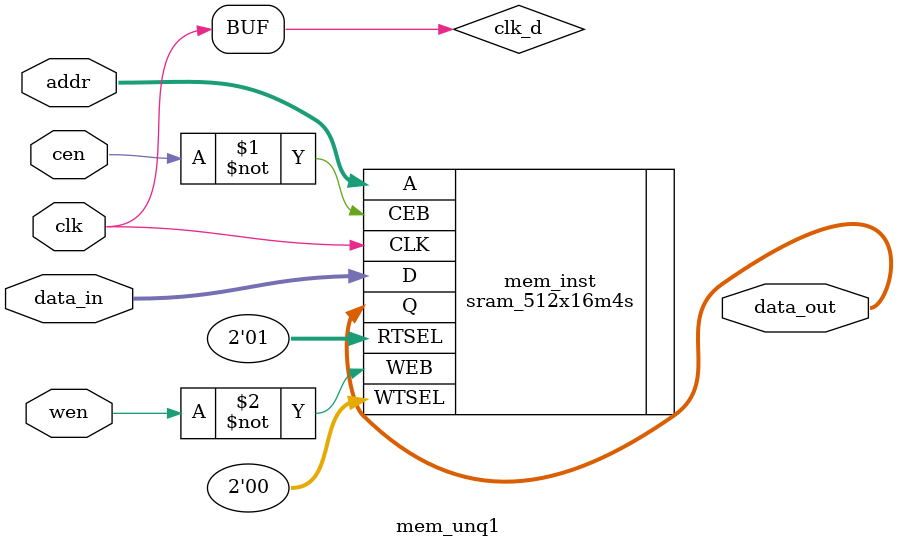
<source format=v>


module mem_unq1 (
data_out, data_in,clk,cen,wen,addr
);

output [15:0] data_out;
input [15:0] data_in;
input clk;
input cen;
input wen;
input [8:0] addr;

wire clk_d;

assign #0.1 clk_d = clk;

sram_512x16m4s mem_inst(
 .CLK(clk),
 .CEB(~cen),
 .WEB(~wen),
 .A(addr),
 .D(data_in),
 .RTSEL(2'b01),
 .WTSEL(2'b00),
 .Q(data_out)
);
endmodule

</source>
